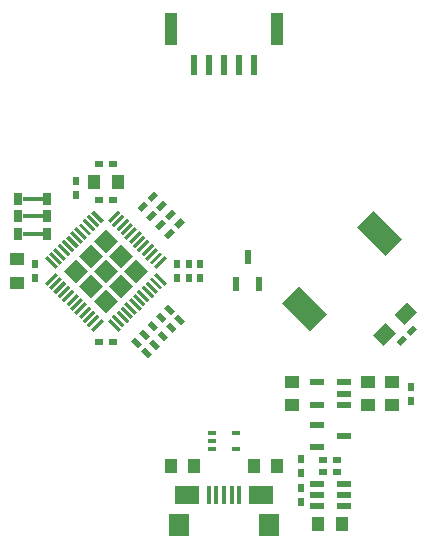
<source format=gbr>
G04 #@! TF.FileFunction,Paste,Bot*
%FSLAX46Y46*%
G04 Gerber Fmt 4.6, Leading zero omitted, Abs format (unit mm)*
G04 Created by KiCad (PCBNEW 4.0.7-e2-6376~58~ubuntu14.04.1) date Wed Jan 31 14:48:43 2018*
%MOMM*%
%LPD*%
G01*
G04 APERTURE LIST*
%ADD10C,0.100000*%
%ADD11R,1.200000X0.600000*%
%ADD12R,1.800000X1.900000*%
%ADD13R,2.100000X1.600000*%
%ADD14R,0.400000X1.500000*%
%ADD15R,0.500000X0.800000*%
%ADD16R,0.800000X0.500000*%
%ADD17R,1.200000X1.000000*%
%ADD18R,1.000000X1.200000*%
%ADD19R,0.600000X1.700000*%
%ADD20R,1.000000X2.700000*%
%ADD21R,1.700000X0.400000*%
%ADD22R,0.800000X1.000000*%
%ADD23R,0.600000X1.200000*%
%ADD24R,0.800000X0.300000*%
G04 APERTURE END LIST*
D10*
D11*
X138574264Y-96000000D03*
X136274264Y-96000000D03*
X136274264Y-96950000D03*
X136274264Y-95050000D03*
X138574264Y-95050000D03*
X138574264Y-96950000D03*
D12*
X124624264Y-98500000D03*
X132224264Y-98500000D03*
D13*
X131524264Y-95950000D03*
X125324264Y-95950000D03*
D14*
X129724264Y-96000000D03*
X129074264Y-96000000D03*
X128424264Y-96000000D03*
X127774264Y-96000000D03*
X127124264Y-96000000D03*
D11*
X138574264Y-91000000D03*
X136274264Y-91950000D03*
X136274264Y-90050000D03*
D10*
G36*
X142101220Y-75727207D02*
X139697057Y-73323044D01*
X141111270Y-71908831D01*
X143515433Y-74312994D01*
X142101220Y-75727207D01*
X142101220Y-75727207D01*
G37*
G36*
X135737258Y-82091169D02*
X133333095Y-79687006D01*
X134747308Y-78272793D01*
X137151471Y-80676956D01*
X135737258Y-82091169D01*
X135737258Y-82091169D01*
G37*
D15*
X134924264Y-95400000D03*
X134924264Y-96600000D03*
X115924264Y-70600000D03*
X115924264Y-69400000D03*
X125424264Y-76400000D03*
X125424264Y-77600000D03*
D16*
X119024264Y-83000000D03*
X117824264Y-83000000D03*
D17*
X110924264Y-76000000D03*
X110924264Y-78000000D03*
D10*
G36*
X123340381Y-80169670D02*
X123693934Y-79816117D01*
X124259619Y-80381802D01*
X123906066Y-80735355D01*
X123340381Y-80169670D01*
X123340381Y-80169670D01*
G37*
G36*
X124188909Y-81018198D02*
X124542462Y-80664645D01*
X125108147Y-81230330D01*
X124754594Y-81583883D01*
X124188909Y-81018198D01*
X124188909Y-81018198D01*
G37*
G36*
X121240381Y-82269670D02*
X121593934Y-81916117D01*
X122159619Y-82481802D01*
X121806066Y-82835355D01*
X121240381Y-82269670D01*
X121240381Y-82269670D01*
G37*
G36*
X122088909Y-83118198D02*
X122442462Y-82764645D01*
X123008147Y-83330330D01*
X122654594Y-83683883D01*
X122088909Y-83118198D01*
X122088909Y-83118198D01*
G37*
D15*
X112424264Y-76400000D03*
X112424264Y-77600000D03*
D18*
X117424264Y-69500000D03*
X119424264Y-69500000D03*
D16*
X117824264Y-71000000D03*
X119024264Y-71000000D03*
D17*
X140624264Y-86400000D03*
X140624264Y-88400000D03*
X134224264Y-86400000D03*
X134224264Y-88400000D03*
D19*
X128424264Y-59600000D03*
X129674264Y-59600000D03*
X127174264Y-59600000D03*
X125924264Y-59600000D03*
D20*
X132924264Y-56550000D03*
X123924264Y-56550000D03*
D19*
X130924264Y-59600000D03*
D10*
G36*
X122308147Y-84030330D02*
X121954594Y-84383883D01*
X121388909Y-83818198D01*
X121742462Y-83464645D01*
X122308147Y-84030330D01*
X122308147Y-84030330D01*
G37*
G36*
X121459619Y-83181802D02*
X121106066Y-83535355D01*
X120540381Y-82969670D01*
X120893934Y-82616117D01*
X121459619Y-83181802D01*
X121459619Y-83181802D01*
G37*
G36*
X122943934Y-73533883D02*
X122590381Y-73180330D01*
X123156066Y-72614645D01*
X123509619Y-72968198D01*
X122943934Y-73533883D01*
X122943934Y-73533883D01*
G37*
G36*
X123792462Y-72685355D02*
X123438909Y-72331802D01*
X124004594Y-71766117D01*
X124358147Y-72119670D01*
X123792462Y-72685355D01*
X123792462Y-72685355D01*
G37*
D16*
X138024264Y-94000000D03*
X136824264Y-94000000D03*
D10*
G36*
X122640381Y-80869670D02*
X122993934Y-80516117D01*
X123559619Y-81081802D01*
X123206066Y-81435355D01*
X122640381Y-80869670D01*
X122640381Y-80869670D01*
G37*
G36*
X123488909Y-81718198D02*
X123842462Y-81364645D01*
X124408147Y-81930330D01*
X124054594Y-82283883D01*
X123488909Y-81718198D01*
X123488909Y-81718198D01*
G37*
G36*
X121940381Y-81569670D02*
X122293934Y-81216117D01*
X122859619Y-81781802D01*
X122506066Y-82135355D01*
X121940381Y-81569670D01*
X121940381Y-81569670D01*
G37*
G36*
X122788909Y-82418198D02*
X123142462Y-82064645D01*
X123708147Y-82630330D01*
X123354594Y-82983883D01*
X122788909Y-82418198D01*
X122788909Y-82418198D01*
G37*
D16*
X119024264Y-68000000D03*
X117824264Y-68000000D03*
D10*
G36*
X122504594Y-70266117D02*
X122858147Y-70619670D01*
X122292462Y-71185355D01*
X121938909Y-70831802D01*
X122504594Y-70266117D01*
X122504594Y-70266117D01*
G37*
G36*
X121656066Y-71114645D02*
X122009619Y-71468198D01*
X121443934Y-72033883D01*
X121090381Y-71680330D01*
X121656066Y-71114645D01*
X121656066Y-71114645D01*
G37*
G36*
X123254594Y-71016117D02*
X123608147Y-71369670D01*
X123042462Y-71935355D01*
X122688909Y-71581802D01*
X123254594Y-71016117D01*
X123254594Y-71016117D01*
G37*
G36*
X122406066Y-71864645D02*
X122759619Y-72218198D01*
X122193934Y-72783883D01*
X121840381Y-72430330D01*
X122406066Y-71864645D01*
X122406066Y-71864645D01*
G37*
G36*
X124754594Y-72516117D02*
X125108147Y-72869670D01*
X124542462Y-73435355D01*
X124188909Y-73081802D01*
X124754594Y-72516117D01*
X124754594Y-72516117D01*
G37*
G36*
X123906066Y-73364645D02*
X124259619Y-73718198D01*
X123693934Y-74283883D01*
X123340381Y-73930330D01*
X123906066Y-73364645D01*
X123906066Y-73364645D01*
G37*
D11*
X138574264Y-87400000D03*
X138574264Y-86450000D03*
X138574264Y-88350000D03*
X136274264Y-88350000D03*
X136274264Y-86450000D03*
D21*
X112224264Y-73900000D03*
X112224264Y-72400000D03*
X112224264Y-70900000D03*
D22*
X110974264Y-73900000D03*
X110974264Y-72400000D03*
X110974264Y-70900000D03*
X113474264Y-70900000D03*
X113474264Y-72400000D03*
X113474264Y-73900000D03*
D10*
G36*
X142128769Y-81411611D02*
X143012653Y-82295495D01*
X141951993Y-83356155D01*
X141068109Y-82472271D01*
X142128769Y-81411611D01*
X142128769Y-81411611D01*
G37*
G36*
X143896535Y-79643845D02*
X144780419Y-80527729D01*
X143719759Y-81588389D01*
X142835875Y-80704505D01*
X143896535Y-79643845D01*
X143896535Y-79643845D01*
G37*
D23*
X130424264Y-75850000D03*
X131374264Y-78150000D03*
X129474264Y-78150000D03*
D15*
X126424264Y-77600000D03*
X126424264Y-76400000D03*
X124424264Y-77600000D03*
X124424264Y-76400000D03*
D16*
X136824264Y-93000000D03*
X138024264Y-93000000D03*
D15*
X134924264Y-94100000D03*
X134924264Y-92900000D03*
D17*
X142624264Y-86400000D03*
X142624264Y-88400000D03*
D15*
X144224264Y-88000000D03*
X144224264Y-86800000D03*
D18*
X136424264Y-98400000D03*
X138424264Y-98400000D03*
X132924264Y-93500000D03*
X130924264Y-93500000D03*
X125924264Y-93500000D03*
X123924264Y-93500000D03*
D24*
X127424264Y-92050000D03*
X127424264Y-91400000D03*
X127424264Y-90750000D03*
X129424264Y-90750000D03*
X129424264Y-92050000D03*
D10*
G36*
X143393934Y-83383883D02*
X143040381Y-83030330D01*
X143606066Y-82464645D01*
X143959619Y-82818198D01*
X143393934Y-83383883D01*
X143393934Y-83383883D01*
G37*
G36*
X144242462Y-82535355D02*
X143888909Y-82181802D01*
X144454594Y-81616117D01*
X144808147Y-81969670D01*
X144242462Y-82535355D01*
X144242462Y-82535355D01*
G37*
G36*
X114163946Y-76840901D02*
X113280062Y-75957017D01*
X113492194Y-75744885D01*
X114376078Y-76628769D01*
X114163946Y-76840901D01*
X114163946Y-76840901D01*
G37*
G36*
X114517499Y-76487348D02*
X113633615Y-75603464D01*
X113845747Y-75391332D01*
X114729631Y-76275216D01*
X114517499Y-76487348D01*
X114517499Y-76487348D01*
G37*
G36*
X114871053Y-76133794D02*
X113987169Y-75249910D01*
X114199301Y-75037778D01*
X115083185Y-75921662D01*
X114871053Y-76133794D01*
X114871053Y-76133794D01*
G37*
G36*
X115224606Y-75780241D02*
X114340722Y-74896357D01*
X114552854Y-74684225D01*
X115436738Y-75568109D01*
X115224606Y-75780241D01*
X115224606Y-75780241D01*
G37*
G36*
X115578159Y-75426688D02*
X114694275Y-74542804D01*
X114906407Y-74330672D01*
X115790291Y-75214556D01*
X115578159Y-75426688D01*
X115578159Y-75426688D01*
G37*
G36*
X115931713Y-75073134D02*
X115047829Y-74189250D01*
X115259961Y-73977118D01*
X116143845Y-74861002D01*
X115931713Y-75073134D01*
X115931713Y-75073134D01*
G37*
G36*
X116285266Y-74719581D02*
X115401382Y-73835697D01*
X115613514Y-73623565D01*
X116497398Y-74507449D01*
X116285266Y-74719581D01*
X116285266Y-74719581D01*
G37*
G36*
X116638820Y-74366027D02*
X115754936Y-73482143D01*
X115967068Y-73270011D01*
X116850952Y-74153895D01*
X116638820Y-74366027D01*
X116638820Y-74366027D01*
G37*
G36*
X116992373Y-74012474D02*
X116108489Y-73128590D01*
X116320621Y-72916458D01*
X117204505Y-73800342D01*
X116992373Y-74012474D01*
X116992373Y-74012474D01*
G37*
G36*
X117345926Y-73658921D02*
X116462042Y-72775037D01*
X116674174Y-72562905D01*
X117558058Y-73446789D01*
X117345926Y-73658921D01*
X117345926Y-73658921D01*
G37*
G36*
X117699480Y-73305367D02*
X116815596Y-72421483D01*
X117027728Y-72209351D01*
X117911612Y-73093235D01*
X117699480Y-73305367D01*
X117699480Y-73305367D01*
G37*
G36*
X118053033Y-72951814D02*
X117169149Y-72067930D01*
X117381281Y-71855798D01*
X118265165Y-72739682D01*
X118053033Y-72951814D01*
X118053033Y-72951814D01*
G37*
G36*
X118583363Y-72739682D02*
X119467247Y-71855798D01*
X119679379Y-72067930D01*
X118795495Y-72951814D01*
X118583363Y-72739682D01*
X118583363Y-72739682D01*
G37*
G36*
X118936916Y-73093235D02*
X119820800Y-72209351D01*
X120032932Y-72421483D01*
X119149048Y-73305367D01*
X118936916Y-73093235D01*
X118936916Y-73093235D01*
G37*
G36*
X119290470Y-73446789D02*
X120174354Y-72562905D01*
X120386486Y-72775037D01*
X119502602Y-73658921D01*
X119290470Y-73446789D01*
X119290470Y-73446789D01*
G37*
G36*
X119644023Y-73800342D02*
X120527907Y-72916458D01*
X120740039Y-73128590D01*
X119856155Y-74012474D01*
X119644023Y-73800342D01*
X119644023Y-73800342D01*
G37*
G36*
X119997576Y-74153895D02*
X120881460Y-73270011D01*
X121093592Y-73482143D01*
X120209708Y-74366027D01*
X119997576Y-74153895D01*
X119997576Y-74153895D01*
G37*
G36*
X120351130Y-74507449D02*
X121235014Y-73623565D01*
X121447146Y-73835697D01*
X120563262Y-74719581D01*
X120351130Y-74507449D01*
X120351130Y-74507449D01*
G37*
G36*
X120704683Y-74861002D02*
X121588567Y-73977118D01*
X121800699Y-74189250D01*
X120916815Y-75073134D01*
X120704683Y-74861002D01*
X120704683Y-74861002D01*
G37*
G36*
X121058237Y-75214556D02*
X121942121Y-74330672D01*
X122154253Y-74542804D01*
X121270369Y-75426688D01*
X121058237Y-75214556D01*
X121058237Y-75214556D01*
G37*
G36*
X121411790Y-75568109D02*
X122295674Y-74684225D01*
X122507806Y-74896357D01*
X121623922Y-75780241D01*
X121411790Y-75568109D01*
X121411790Y-75568109D01*
G37*
G36*
X121765343Y-75921662D02*
X122649227Y-75037778D01*
X122861359Y-75249910D01*
X121977475Y-76133794D01*
X121765343Y-75921662D01*
X121765343Y-75921662D01*
G37*
G36*
X122118897Y-76275216D02*
X123002781Y-75391332D01*
X123214913Y-75603464D01*
X122331029Y-76487348D01*
X122118897Y-76275216D01*
X122118897Y-76275216D01*
G37*
G36*
X122472450Y-76628769D02*
X123356334Y-75744885D01*
X123568466Y-75957017D01*
X122684582Y-76840901D01*
X122472450Y-76628769D01*
X122472450Y-76628769D01*
G37*
G36*
X122684582Y-77159099D02*
X123568466Y-78042983D01*
X123356334Y-78255115D01*
X122472450Y-77371231D01*
X122684582Y-77159099D01*
X122684582Y-77159099D01*
G37*
G36*
X122331029Y-77512652D02*
X123214913Y-78396536D01*
X123002781Y-78608668D01*
X122118897Y-77724784D01*
X122331029Y-77512652D01*
X122331029Y-77512652D01*
G37*
G36*
X121977475Y-77866206D02*
X122861359Y-78750090D01*
X122649227Y-78962222D01*
X121765343Y-78078338D01*
X121977475Y-77866206D01*
X121977475Y-77866206D01*
G37*
G36*
X121623922Y-78219759D02*
X122507806Y-79103643D01*
X122295674Y-79315775D01*
X121411790Y-78431891D01*
X121623922Y-78219759D01*
X121623922Y-78219759D01*
G37*
G36*
X121270369Y-78573312D02*
X122154253Y-79457196D01*
X121942121Y-79669328D01*
X121058237Y-78785444D01*
X121270369Y-78573312D01*
X121270369Y-78573312D01*
G37*
G36*
X120916815Y-78926866D02*
X121800699Y-79810750D01*
X121588567Y-80022882D01*
X120704683Y-79138998D01*
X120916815Y-78926866D01*
X120916815Y-78926866D01*
G37*
G36*
X120563262Y-79280419D02*
X121447146Y-80164303D01*
X121235014Y-80376435D01*
X120351130Y-79492551D01*
X120563262Y-79280419D01*
X120563262Y-79280419D01*
G37*
G36*
X120209708Y-79633973D02*
X121093592Y-80517857D01*
X120881460Y-80729989D01*
X119997576Y-79846105D01*
X120209708Y-79633973D01*
X120209708Y-79633973D01*
G37*
G36*
X119856155Y-79987526D02*
X120740039Y-80871410D01*
X120527907Y-81083542D01*
X119644023Y-80199658D01*
X119856155Y-79987526D01*
X119856155Y-79987526D01*
G37*
G36*
X119502602Y-80341079D02*
X120386486Y-81224963D01*
X120174354Y-81437095D01*
X119290470Y-80553211D01*
X119502602Y-80341079D01*
X119502602Y-80341079D01*
G37*
G36*
X119149048Y-80694633D02*
X120032932Y-81578517D01*
X119820800Y-81790649D01*
X118936916Y-80906765D01*
X119149048Y-80694633D01*
X119149048Y-80694633D01*
G37*
G36*
X118795495Y-81048186D02*
X119679379Y-81932070D01*
X119467247Y-82144202D01*
X118583363Y-81260318D01*
X118795495Y-81048186D01*
X118795495Y-81048186D01*
G37*
G36*
X117169149Y-81932070D02*
X118053033Y-81048186D01*
X118265165Y-81260318D01*
X117381281Y-82144202D01*
X117169149Y-81932070D01*
X117169149Y-81932070D01*
G37*
G36*
X116815596Y-81578517D02*
X117699480Y-80694633D01*
X117911612Y-80906765D01*
X117027728Y-81790649D01*
X116815596Y-81578517D01*
X116815596Y-81578517D01*
G37*
G36*
X116462042Y-81224963D02*
X117345926Y-80341079D01*
X117558058Y-80553211D01*
X116674174Y-81437095D01*
X116462042Y-81224963D01*
X116462042Y-81224963D01*
G37*
G36*
X116108489Y-80871410D02*
X116992373Y-79987526D01*
X117204505Y-80199658D01*
X116320621Y-81083542D01*
X116108489Y-80871410D01*
X116108489Y-80871410D01*
G37*
G36*
X115754936Y-80517857D02*
X116638820Y-79633973D01*
X116850952Y-79846105D01*
X115967068Y-80729989D01*
X115754936Y-80517857D01*
X115754936Y-80517857D01*
G37*
G36*
X115401382Y-80164303D02*
X116285266Y-79280419D01*
X116497398Y-79492551D01*
X115613514Y-80376435D01*
X115401382Y-80164303D01*
X115401382Y-80164303D01*
G37*
G36*
X115047829Y-79810750D02*
X115931713Y-78926866D01*
X116143845Y-79138998D01*
X115259961Y-80022882D01*
X115047829Y-79810750D01*
X115047829Y-79810750D01*
G37*
G36*
X114694275Y-79457196D02*
X115578159Y-78573312D01*
X115790291Y-78785444D01*
X114906407Y-79669328D01*
X114694275Y-79457196D01*
X114694275Y-79457196D01*
G37*
G36*
X114340722Y-79103643D02*
X115224606Y-78219759D01*
X115436738Y-78431891D01*
X114552854Y-79315775D01*
X114340722Y-79103643D01*
X114340722Y-79103643D01*
G37*
G36*
X113987169Y-78750090D02*
X114871053Y-77866206D01*
X115083185Y-78078338D01*
X114199301Y-78962222D01*
X113987169Y-78750090D01*
X113987169Y-78750090D01*
G37*
G36*
X113633615Y-78396536D02*
X114517499Y-77512652D01*
X114729631Y-77724784D01*
X113845747Y-78608668D01*
X113633615Y-78396536D01*
X113633615Y-78396536D01*
G37*
G36*
X113280062Y-78042983D02*
X114163946Y-77159099D01*
X114376078Y-77371231D01*
X113492194Y-78255115D01*
X113280062Y-78042983D01*
X113280062Y-78042983D01*
G37*
G36*
X118424264Y-75472650D02*
X117406030Y-74454416D01*
X118424264Y-73436182D01*
X119442498Y-74454416D01*
X118424264Y-75472650D01*
X118424264Y-75472650D01*
G37*
G36*
X115878680Y-78018234D02*
X114860446Y-77000000D01*
X115878680Y-75981766D01*
X116896914Y-77000000D01*
X115878680Y-78018234D01*
X115878680Y-78018234D01*
G37*
G36*
X118424264Y-80563818D02*
X117406030Y-79545584D01*
X118424264Y-78527350D01*
X119442498Y-79545584D01*
X118424264Y-80563818D01*
X118424264Y-80563818D01*
G37*
G36*
X120969848Y-78018234D02*
X119951614Y-77000000D01*
X120969848Y-75981766D01*
X121988082Y-77000000D01*
X120969848Y-78018234D01*
X120969848Y-78018234D01*
G37*
G36*
X117151472Y-76745442D02*
X116133238Y-75727208D01*
X117151472Y-74708974D01*
X118169706Y-75727208D01*
X117151472Y-76745442D01*
X117151472Y-76745442D01*
G37*
G36*
X118424264Y-78018234D02*
X117406030Y-77000000D01*
X118424264Y-75981766D01*
X119442498Y-77000000D01*
X118424264Y-78018234D01*
X118424264Y-78018234D01*
G37*
G36*
X119697056Y-76745442D02*
X118678822Y-75727208D01*
X119697056Y-74708974D01*
X120715290Y-75727208D01*
X119697056Y-76745442D01*
X119697056Y-76745442D01*
G37*
G36*
X119697056Y-79291026D02*
X118678822Y-78272792D01*
X119697056Y-77254558D01*
X120715290Y-78272792D01*
X119697056Y-79291026D01*
X119697056Y-79291026D01*
G37*
G36*
X117151472Y-79291026D02*
X116133238Y-78272792D01*
X117151472Y-77254558D01*
X118169706Y-78272792D01*
X117151472Y-79291026D01*
X117151472Y-79291026D01*
G37*
M02*

</source>
